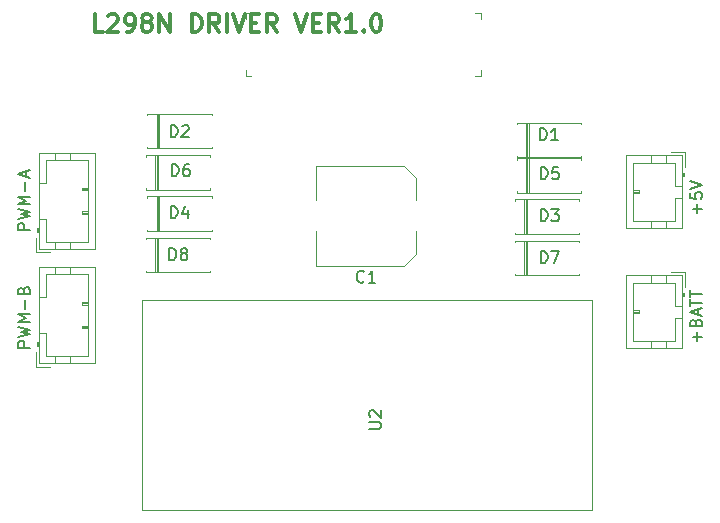
<source format=gbr>
G04 #@! TF.GenerationSoftware,KiCad,Pcbnew,(5.1.2)-1*
G04 #@! TF.CreationDate,2020-03-16T01:25:21+09:00*
G04 #@! TF.ProjectId,L298N_DRIVER,4c323938-4e5f-4445-9249-5645522e6b69,rev?*
G04 #@! TF.SameCoordinates,Original*
G04 #@! TF.FileFunction,Legend,Top*
G04 #@! TF.FilePolarity,Positive*
%FSLAX46Y46*%
G04 Gerber Fmt 4.6, Leading zero omitted, Abs format (unit mm)*
G04 Created by KiCad (PCBNEW (5.1.2)-1) date 2020-03-16 01:25:21*
%MOMM*%
%LPD*%
G04 APERTURE LIST*
%ADD10C,0.300000*%
%ADD11C,0.120000*%
%ADD12C,0.100000*%
%ADD13C,0.150000*%
G04 APERTURE END LIST*
D10*
X129323142Y-45890571D02*
X128608857Y-45890571D01*
X128608857Y-44390571D01*
X129751714Y-44533428D02*
X129823142Y-44462000D01*
X129966000Y-44390571D01*
X130323142Y-44390571D01*
X130466000Y-44462000D01*
X130537428Y-44533428D01*
X130608857Y-44676285D01*
X130608857Y-44819142D01*
X130537428Y-45033428D01*
X129680285Y-45890571D01*
X130608857Y-45890571D01*
X131323142Y-45890571D02*
X131608857Y-45890571D01*
X131751714Y-45819142D01*
X131823142Y-45747714D01*
X131966000Y-45533428D01*
X132037428Y-45247714D01*
X132037428Y-44676285D01*
X131966000Y-44533428D01*
X131894571Y-44462000D01*
X131751714Y-44390571D01*
X131466000Y-44390571D01*
X131323142Y-44462000D01*
X131251714Y-44533428D01*
X131180285Y-44676285D01*
X131180285Y-45033428D01*
X131251714Y-45176285D01*
X131323142Y-45247714D01*
X131466000Y-45319142D01*
X131751714Y-45319142D01*
X131894571Y-45247714D01*
X131966000Y-45176285D01*
X132037428Y-45033428D01*
X132894571Y-45033428D02*
X132751714Y-44962000D01*
X132680285Y-44890571D01*
X132608857Y-44747714D01*
X132608857Y-44676285D01*
X132680285Y-44533428D01*
X132751714Y-44462000D01*
X132894571Y-44390571D01*
X133180285Y-44390571D01*
X133323142Y-44462000D01*
X133394571Y-44533428D01*
X133466000Y-44676285D01*
X133466000Y-44747714D01*
X133394571Y-44890571D01*
X133323142Y-44962000D01*
X133180285Y-45033428D01*
X132894571Y-45033428D01*
X132751714Y-45104857D01*
X132680285Y-45176285D01*
X132608857Y-45319142D01*
X132608857Y-45604857D01*
X132680285Y-45747714D01*
X132751714Y-45819142D01*
X132894571Y-45890571D01*
X133180285Y-45890571D01*
X133323142Y-45819142D01*
X133394571Y-45747714D01*
X133466000Y-45604857D01*
X133466000Y-45319142D01*
X133394571Y-45176285D01*
X133323142Y-45104857D01*
X133180285Y-45033428D01*
X134108857Y-45890571D02*
X134108857Y-44390571D01*
X134966000Y-45890571D01*
X134966000Y-44390571D01*
X136823142Y-45890571D02*
X136823142Y-44390571D01*
X137180285Y-44390571D01*
X137394571Y-44462000D01*
X137537428Y-44604857D01*
X137608857Y-44747714D01*
X137680285Y-45033428D01*
X137680285Y-45247714D01*
X137608857Y-45533428D01*
X137537428Y-45676285D01*
X137394571Y-45819142D01*
X137180285Y-45890571D01*
X136823142Y-45890571D01*
X139180285Y-45890571D02*
X138680285Y-45176285D01*
X138323142Y-45890571D02*
X138323142Y-44390571D01*
X138894571Y-44390571D01*
X139037428Y-44462000D01*
X139108857Y-44533428D01*
X139180285Y-44676285D01*
X139180285Y-44890571D01*
X139108857Y-45033428D01*
X139037428Y-45104857D01*
X138894571Y-45176285D01*
X138323142Y-45176285D01*
X139823142Y-45890571D02*
X139823142Y-44390571D01*
X140323142Y-44390571D02*
X140823142Y-45890571D01*
X141323142Y-44390571D01*
X141823142Y-45104857D02*
X142323142Y-45104857D01*
X142537428Y-45890571D02*
X141823142Y-45890571D01*
X141823142Y-44390571D01*
X142537428Y-44390571D01*
X144037428Y-45890571D02*
X143537428Y-45176285D01*
X143180285Y-45890571D02*
X143180285Y-44390571D01*
X143751714Y-44390571D01*
X143894571Y-44462000D01*
X143966000Y-44533428D01*
X144037428Y-44676285D01*
X144037428Y-44890571D01*
X143966000Y-45033428D01*
X143894571Y-45104857D01*
X143751714Y-45176285D01*
X143180285Y-45176285D01*
X145608857Y-44390571D02*
X146108857Y-45890571D01*
X146608857Y-44390571D01*
X147108857Y-45104857D02*
X147608857Y-45104857D01*
X147823142Y-45890571D02*
X147108857Y-45890571D01*
X147108857Y-44390571D01*
X147823142Y-44390571D01*
X149323142Y-45890571D02*
X148823142Y-45176285D01*
X148466000Y-45890571D02*
X148466000Y-44390571D01*
X149037428Y-44390571D01*
X149180285Y-44462000D01*
X149251714Y-44533428D01*
X149323142Y-44676285D01*
X149323142Y-44890571D01*
X149251714Y-45033428D01*
X149180285Y-45104857D01*
X149037428Y-45176285D01*
X148466000Y-45176285D01*
X150751714Y-45890571D02*
X149894571Y-45890571D01*
X150323142Y-45890571D02*
X150323142Y-44390571D01*
X150180285Y-44604857D01*
X150037428Y-44747714D01*
X149894571Y-44819142D01*
X151394571Y-45747714D02*
X151466000Y-45819142D01*
X151394571Y-45890571D01*
X151323142Y-45819142D01*
X151394571Y-45747714D01*
X151394571Y-45890571D01*
X152394571Y-44390571D02*
X152537428Y-44390571D01*
X152680285Y-44462000D01*
X152751714Y-44533428D01*
X152823142Y-44676285D01*
X152894571Y-44962000D01*
X152894571Y-45319142D01*
X152823142Y-45604857D01*
X152751714Y-45747714D01*
X152680285Y-45819142D01*
X152537428Y-45890571D01*
X152394571Y-45890571D01*
X152251714Y-45819142D01*
X152180285Y-45747714D01*
X152108857Y-45604857D01*
X152037428Y-45319142D01*
X152037428Y-44962000D01*
X152108857Y-44676285D01*
X152180285Y-44533428D01*
X152251714Y-44462000D01*
X152394571Y-44390571D01*
D11*
X155854000Y-58272437D02*
X154789563Y-57208000D01*
X155854000Y-64663563D02*
X154789563Y-65728000D01*
X155854000Y-64663563D02*
X155854000Y-62778000D01*
X155854000Y-58272437D02*
X155854000Y-60158000D01*
X154789563Y-57208000D02*
X147334000Y-57208000D01*
X154789563Y-65728000D02*
X147334000Y-65728000D01*
X147334000Y-65728000D02*
X147334000Y-62778000D01*
X147334000Y-57208000D02*
X147334000Y-60158000D01*
X170688000Y-86360000D02*
X170688000Y-68580000D01*
X132588000Y-86360000D02*
X170688000Y-86360000D01*
X132588000Y-68580000D02*
X132588000Y-86360000D01*
X170688000Y-68580000D02*
X132588000Y-68580000D01*
D12*
X161300000Y-44302000D02*
X160800000Y-44302000D01*
X161300000Y-44302000D02*
X161300000Y-44802000D01*
X161300000Y-49602000D02*
X161300000Y-49102000D01*
X161300000Y-49602000D02*
X160800000Y-49602000D01*
X141400000Y-49602000D02*
X141900000Y-49602000D01*
X141400000Y-49602000D02*
X141400000Y-49102000D01*
X141500000Y-44302000D02*
X141900000Y-44302000D01*
X141400000Y-44302000D02*
X141400000Y-44802000D01*
X141400000Y-44302000D02*
X141500000Y-44302000D01*
D11*
X178640000Y-66220000D02*
X177390000Y-66220000D01*
X178640000Y-67470000D02*
X178640000Y-66220000D01*
X174230000Y-69580000D02*
X174730000Y-69580000D01*
X174730000Y-69680000D02*
X174230000Y-69680000D01*
X174730000Y-69480000D02*
X174730000Y-69680000D01*
X174230000Y-69480000D02*
X174730000Y-69480000D01*
X175730000Y-72640000D02*
X175730000Y-72030000D01*
X177030000Y-72640000D02*
X177030000Y-72030000D01*
X175730000Y-66520000D02*
X175730000Y-67130000D01*
X177030000Y-66520000D02*
X177030000Y-67130000D01*
X177730000Y-70080000D02*
X178340000Y-70080000D01*
X177730000Y-72030000D02*
X177730000Y-70080000D01*
X174230000Y-72030000D02*
X177730000Y-72030000D01*
X174230000Y-67130000D02*
X174230000Y-72030000D01*
X177730000Y-67130000D02*
X174230000Y-67130000D01*
X177730000Y-69080000D02*
X177730000Y-67130000D01*
X178340000Y-69080000D02*
X177730000Y-69080000D01*
X178440000Y-68280000D02*
X178440000Y-67980000D01*
X178540000Y-67980000D02*
X178340000Y-67980000D01*
X178540000Y-68280000D02*
X178540000Y-67980000D01*
X178340000Y-68280000D02*
X178540000Y-68280000D01*
X178340000Y-72640000D02*
X178340000Y-66520000D01*
X173620000Y-72640000D02*
X178340000Y-72640000D01*
X173620000Y-66520000D02*
X173620000Y-72640000D01*
X178340000Y-66520000D02*
X173620000Y-66520000D01*
X178640000Y-56060000D02*
X177390000Y-56060000D01*
X178640000Y-57310000D02*
X178640000Y-56060000D01*
X174230000Y-59420000D02*
X174730000Y-59420000D01*
X174730000Y-59520000D02*
X174230000Y-59520000D01*
X174730000Y-59320000D02*
X174730000Y-59520000D01*
X174230000Y-59320000D02*
X174730000Y-59320000D01*
X175730000Y-62480000D02*
X175730000Y-61870000D01*
X177030000Y-62480000D02*
X177030000Y-61870000D01*
X175730000Y-56360000D02*
X175730000Y-56970000D01*
X177030000Y-56360000D02*
X177030000Y-56970000D01*
X177730000Y-59920000D02*
X178340000Y-59920000D01*
X177730000Y-61870000D02*
X177730000Y-59920000D01*
X174230000Y-61870000D02*
X177730000Y-61870000D01*
X174230000Y-56970000D02*
X174230000Y-61870000D01*
X177730000Y-56970000D02*
X174230000Y-56970000D01*
X177730000Y-58920000D02*
X177730000Y-56970000D01*
X178340000Y-58920000D02*
X177730000Y-58920000D01*
X178440000Y-58120000D02*
X178440000Y-57820000D01*
X178540000Y-57820000D02*
X178340000Y-57820000D01*
X178540000Y-58120000D02*
X178540000Y-57820000D01*
X178340000Y-58120000D02*
X178540000Y-58120000D01*
X178340000Y-62480000D02*
X178340000Y-56360000D01*
X173620000Y-62480000D02*
X178340000Y-62480000D01*
X173620000Y-56360000D02*
X173620000Y-62480000D01*
X178340000Y-56360000D02*
X173620000Y-56360000D01*
X123620000Y-74242000D02*
X124870000Y-74242000D01*
X123620000Y-72992000D02*
X123620000Y-74242000D01*
X128030000Y-68882000D02*
X127530000Y-68882000D01*
X127530000Y-68782000D02*
X128030000Y-68782000D01*
X127530000Y-68982000D02*
X127530000Y-68782000D01*
X128030000Y-68982000D02*
X127530000Y-68982000D01*
X128030000Y-70882000D02*
X127530000Y-70882000D01*
X127530000Y-70782000D02*
X128030000Y-70782000D01*
X127530000Y-70982000D02*
X127530000Y-70782000D01*
X128030000Y-70982000D02*
X127530000Y-70982000D01*
X126530000Y-65822000D02*
X126530000Y-66432000D01*
X125230000Y-65822000D02*
X125230000Y-66432000D01*
X126530000Y-73942000D02*
X126530000Y-73332000D01*
X125230000Y-73942000D02*
X125230000Y-73332000D01*
X124530000Y-68382000D02*
X123920000Y-68382000D01*
X124530000Y-66432000D02*
X124530000Y-68382000D01*
X128030000Y-66432000D02*
X124530000Y-66432000D01*
X128030000Y-73332000D02*
X128030000Y-66432000D01*
X124530000Y-73332000D02*
X128030000Y-73332000D01*
X124530000Y-71382000D02*
X124530000Y-73332000D01*
X123920000Y-71382000D02*
X124530000Y-71382000D01*
X123820000Y-72182000D02*
X123820000Y-72482000D01*
X123720000Y-72482000D02*
X123920000Y-72482000D01*
X123720000Y-72182000D02*
X123720000Y-72482000D01*
X123920000Y-72182000D02*
X123720000Y-72182000D01*
X123920000Y-65822000D02*
X123920000Y-73942000D01*
X128640000Y-65822000D02*
X123920000Y-65822000D01*
X128640000Y-73942000D02*
X128640000Y-65822000D01*
X123920000Y-73942000D02*
X128640000Y-73942000D01*
X123620000Y-64558000D02*
X124870000Y-64558000D01*
X123620000Y-63308000D02*
X123620000Y-64558000D01*
X128030000Y-59198000D02*
X127530000Y-59198000D01*
X127530000Y-59098000D02*
X128030000Y-59098000D01*
X127530000Y-59298000D02*
X127530000Y-59098000D01*
X128030000Y-59298000D02*
X127530000Y-59298000D01*
X128030000Y-61198000D02*
X127530000Y-61198000D01*
X127530000Y-61098000D02*
X128030000Y-61098000D01*
X127530000Y-61298000D02*
X127530000Y-61098000D01*
X128030000Y-61298000D02*
X127530000Y-61298000D01*
X126530000Y-56138000D02*
X126530000Y-56748000D01*
X125230000Y-56138000D02*
X125230000Y-56748000D01*
X126530000Y-64258000D02*
X126530000Y-63648000D01*
X125230000Y-64258000D02*
X125230000Y-63648000D01*
X124530000Y-58698000D02*
X123920000Y-58698000D01*
X124530000Y-56748000D02*
X124530000Y-58698000D01*
X128030000Y-56748000D02*
X124530000Y-56748000D01*
X128030000Y-63648000D02*
X128030000Y-56748000D01*
X124530000Y-63648000D02*
X128030000Y-63648000D01*
X124530000Y-61698000D02*
X124530000Y-63648000D01*
X123920000Y-61698000D02*
X124530000Y-61698000D01*
X123820000Y-62498000D02*
X123820000Y-62798000D01*
X123720000Y-62798000D02*
X123920000Y-62798000D01*
X123720000Y-62498000D02*
X123720000Y-62798000D01*
X123920000Y-62498000D02*
X123720000Y-62498000D01*
X123920000Y-56138000D02*
X123920000Y-64258000D01*
X128640000Y-56138000D02*
X123920000Y-56138000D01*
X128640000Y-64258000D02*
X128640000Y-56138000D01*
X123920000Y-64258000D02*
X128640000Y-64258000D01*
X133746000Y-63324000D02*
X133746000Y-66264000D01*
X133986000Y-63324000D02*
X133986000Y-66264000D01*
X133866000Y-63324000D02*
X133866000Y-66264000D01*
X138406000Y-66264000D02*
X138406000Y-66134000D01*
X132966000Y-66264000D02*
X138406000Y-66264000D01*
X132966000Y-66134000D02*
X132966000Y-66264000D01*
X138406000Y-63324000D02*
X138406000Y-63454000D01*
X132966000Y-63324000D02*
X138406000Y-63324000D01*
X132966000Y-63454000D02*
X132966000Y-63324000D01*
X165000000Y-63578000D02*
X165000000Y-66518000D01*
X165240000Y-63578000D02*
X165240000Y-66518000D01*
X165120000Y-63578000D02*
X165120000Y-66518000D01*
X169660000Y-66518000D02*
X169660000Y-66388000D01*
X164220000Y-66518000D02*
X169660000Y-66518000D01*
X164220000Y-66388000D02*
X164220000Y-66518000D01*
X169660000Y-63578000D02*
X169660000Y-63708000D01*
X164220000Y-63578000D02*
X169660000Y-63578000D01*
X164220000Y-63708000D02*
X164220000Y-63578000D01*
X133746000Y-56324000D02*
X133746000Y-59264000D01*
X133986000Y-56324000D02*
X133986000Y-59264000D01*
X133866000Y-56324000D02*
X133866000Y-59264000D01*
X138406000Y-59264000D02*
X138406000Y-59134000D01*
X132966000Y-59264000D02*
X138406000Y-59264000D01*
X132966000Y-59134000D02*
X132966000Y-59264000D01*
X138406000Y-56324000D02*
X138406000Y-56454000D01*
X132966000Y-56324000D02*
X138406000Y-56324000D01*
X132966000Y-56454000D02*
X132966000Y-56324000D01*
X165120000Y-56578000D02*
X165120000Y-59518000D01*
X165360000Y-56578000D02*
X165360000Y-59518000D01*
X165240000Y-56578000D02*
X165240000Y-59518000D01*
X169780000Y-59518000D02*
X169780000Y-59388000D01*
X164340000Y-59518000D02*
X169780000Y-59518000D01*
X164340000Y-59388000D02*
X164340000Y-59518000D01*
X169780000Y-56578000D02*
X169780000Y-56708000D01*
X164340000Y-56578000D02*
X169780000Y-56578000D01*
X164340000Y-56708000D02*
X164340000Y-56578000D01*
X133866000Y-59824000D02*
X133866000Y-62764000D01*
X134106000Y-59824000D02*
X134106000Y-62764000D01*
X133986000Y-59824000D02*
X133986000Y-62764000D01*
X138526000Y-62764000D02*
X138526000Y-62634000D01*
X133086000Y-62764000D02*
X138526000Y-62764000D01*
X133086000Y-62634000D02*
X133086000Y-62764000D01*
X138526000Y-59824000D02*
X138526000Y-59954000D01*
X133086000Y-59824000D02*
X138526000Y-59824000D01*
X133086000Y-59954000D02*
X133086000Y-59824000D01*
X165000000Y-60078000D02*
X165000000Y-63018000D01*
X165240000Y-60078000D02*
X165240000Y-63018000D01*
X165120000Y-60078000D02*
X165120000Y-63018000D01*
X169660000Y-63018000D02*
X169660000Y-62888000D01*
X164220000Y-63018000D02*
X169660000Y-63018000D01*
X164220000Y-62888000D02*
X164220000Y-63018000D01*
X169660000Y-60078000D02*
X169660000Y-60208000D01*
X164220000Y-60078000D02*
X169660000Y-60078000D01*
X164220000Y-60208000D02*
X164220000Y-60078000D01*
X133866000Y-52824000D02*
X133866000Y-55764000D01*
X134106000Y-52824000D02*
X134106000Y-55764000D01*
X133986000Y-52824000D02*
X133986000Y-55764000D01*
X138526000Y-55764000D02*
X138526000Y-55634000D01*
X133086000Y-55764000D02*
X138526000Y-55764000D01*
X133086000Y-55634000D02*
X133086000Y-55764000D01*
X138526000Y-52824000D02*
X138526000Y-52954000D01*
X133086000Y-52824000D02*
X138526000Y-52824000D01*
X133086000Y-52954000D02*
X133086000Y-52824000D01*
X165120000Y-53578000D02*
X165120000Y-56518000D01*
X165360000Y-53578000D02*
X165360000Y-56518000D01*
X165240000Y-53578000D02*
X165240000Y-56518000D01*
X169780000Y-56518000D02*
X169780000Y-56388000D01*
X164340000Y-56518000D02*
X169780000Y-56518000D01*
X164340000Y-56388000D02*
X164340000Y-56518000D01*
X169780000Y-53578000D02*
X169780000Y-53708000D01*
X164340000Y-53578000D02*
X169780000Y-53578000D01*
X164340000Y-53708000D02*
X164340000Y-53578000D01*
D13*
X151427333Y-67025142D02*
X151379714Y-67072761D01*
X151236857Y-67120380D01*
X151141619Y-67120380D01*
X150998761Y-67072761D01*
X150903523Y-66977523D01*
X150855904Y-66882285D01*
X150808285Y-66691809D01*
X150808285Y-66548952D01*
X150855904Y-66358476D01*
X150903523Y-66263238D01*
X150998761Y-66168000D01*
X151141619Y-66120380D01*
X151236857Y-66120380D01*
X151379714Y-66168000D01*
X151427333Y-66215619D01*
X152379714Y-67120380D02*
X151808285Y-67120380D01*
X152094000Y-67120380D02*
X152094000Y-66120380D01*
X151998761Y-66263238D01*
X151903523Y-66358476D01*
X151808285Y-66406095D01*
X151860380Y-79501904D02*
X152669904Y-79501904D01*
X152765142Y-79454285D01*
X152812761Y-79406666D01*
X152860380Y-79311428D01*
X152860380Y-79120952D01*
X152812761Y-79025714D01*
X152765142Y-78978095D01*
X152669904Y-78930476D01*
X151860380Y-78930476D01*
X151955619Y-78501904D02*
X151908000Y-78454285D01*
X151860380Y-78359047D01*
X151860380Y-78120952D01*
X151908000Y-78025714D01*
X151955619Y-77978095D01*
X152050857Y-77930476D01*
X152146095Y-77930476D01*
X152288952Y-77978095D01*
X152860380Y-78549523D01*
X152860380Y-77930476D01*
X179649428Y-72073828D02*
X179649428Y-71311923D01*
X180030380Y-71692876D02*
X179268476Y-71692876D01*
X179506571Y-70502400D02*
X179554190Y-70359542D01*
X179601809Y-70311923D01*
X179697047Y-70264304D01*
X179839904Y-70264304D01*
X179935142Y-70311923D01*
X179982761Y-70359542D01*
X180030380Y-70454780D01*
X180030380Y-70835733D01*
X179030380Y-70835733D01*
X179030380Y-70502400D01*
X179078000Y-70407161D01*
X179125619Y-70359542D01*
X179220857Y-70311923D01*
X179316095Y-70311923D01*
X179411333Y-70359542D01*
X179458952Y-70407161D01*
X179506571Y-70502400D01*
X179506571Y-70835733D01*
X179744666Y-69883352D02*
X179744666Y-69407161D01*
X180030380Y-69978590D02*
X179030380Y-69645257D01*
X180030380Y-69311923D01*
X179030380Y-69121447D02*
X179030380Y-68550019D01*
X180030380Y-68835733D02*
X179030380Y-68835733D01*
X179030380Y-68359542D02*
X179030380Y-67788114D01*
X180030380Y-68073828D02*
X179030380Y-68073828D01*
X179649428Y-61229714D02*
X179649428Y-60467809D01*
X180030380Y-60848761D02*
X179268476Y-60848761D01*
X179030380Y-59515428D02*
X179030380Y-59991619D01*
X179506571Y-60039238D01*
X179458952Y-59991619D01*
X179411333Y-59896380D01*
X179411333Y-59658285D01*
X179458952Y-59563047D01*
X179506571Y-59515428D01*
X179601809Y-59467809D01*
X179839904Y-59467809D01*
X179935142Y-59515428D01*
X179982761Y-59563047D01*
X180030380Y-59658285D01*
X180030380Y-59896380D01*
X179982761Y-59991619D01*
X179935142Y-60039238D01*
X179030380Y-59182095D02*
X180030380Y-58848761D01*
X179030380Y-58515428D01*
X123134380Y-72627809D02*
X122134380Y-72627809D01*
X122134380Y-72246857D01*
X122182000Y-72151619D01*
X122229619Y-72104000D01*
X122324857Y-72056380D01*
X122467714Y-72056380D01*
X122562952Y-72104000D01*
X122610571Y-72151619D01*
X122658190Y-72246857D01*
X122658190Y-72627809D01*
X122134380Y-71723047D02*
X123134380Y-71484952D01*
X122420095Y-71294476D01*
X123134380Y-71104000D01*
X122134380Y-70865904D01*
X123134380Y-70484952D02*
X122134380Y-70484952D01*
X122848666Y-70151619D01*
X122134380Y-69818285D01*
X123134380Y-69818285D01*
X122753428Y-69342095D02*
X122753428Y-68580190D01*
X122610571Y-67770666D02*
X122658190Y-67627809D01*
X122705809Y-67580190D01*
X122801047Y-67532571D01*
X122943904Y-67532571D01*
X123039142Y-67580190D01*
X123086761Y-67627809D01*
X123134380Y-67723047D01*
X123134380Y-68104000D01*
X122134380Y-68104000D01*
X122134380Y-67770666D01*
X122182000Y-67675428D01*
X122229619Y-67627809D01*
X122324857Y-67580190D01*
X122420095Y-67580190D01*
X122515333Y-67627809D01*
X122562952Y-67675428D01*
X122610571Y-67770666D01*
X122610571Y-68104000D01*
X123134380Y-62650380D02*
X122134380Y-62650380D01*
X122134380Y-62269428D01*
X122182000Y-62174190D01*
X122229619Y-62126571D01*
X122324857Y-62078952D01*
X122467714Y-62078952D01*
X122562952Y-62126571D01*
X122610571Y-62174190D01*
X122658190Y-62269428D01*
X122658190Y-62650380D01*
X122134380Y-61745619D02*
X123134380Y-61507523D01*
X122420095Y-61317047D01*
X123134380Y-61126571D01*
X122134380Y-60888476D01*
X123134380Y-60507523D02*
X122134380Y-60507523D01*
X122848666Y-60174190D01*
X122134380Y-59840857D01*
X123134380Y-59840857D01*
X122753428Y-59364666D02*
X122753428Y-58602761D01*
X122848666Y-58174190D02*
X122848666Y-57698000D01*
X123134380Y-58269428D02*
X122134380Y-57936095D01*
X123134380Y-57602761D01*
X134947904Y-65222380D02*
X134947904Y-64222380D01*
X135186000Y-64222380D01*
X135328857Y-64270000D01*
X135424095Y-64365238D01*
X135471714Y-64460476D01*
X135519333Y-64650952D01*
X135519333Y-64793809D01*
X135471714Y-64984285D01*
X135424095Y-65079523D01*
X135328857Y-65174761D01*
X135186000Y-65222380D01*
X134947904Y-65222380D01*
X136090761Y-64650952D02*
X135995523Y-64603333D01*
X135947904Y-64555714D01*
X135900285Y-64460476D01*
X135900285Y-64412857D01*
X135947904Y-64317619D01*
X135995523Y-64270000D01*
X136090761Y-64222380D01*
X136281238Y-64222380D01*
X136376476Y-64270000D01*
X136424095Y-64317619D01*
X136471714Y-64412857D01*
X136471714Y-64460476D01*
X136424095Y-64555714D01*
X136376476Y-64603333D01*
X136281238Y-64650952D01*
X136090761Y-64650952D01*
X135995523Y-64698571D01*
X135947904Y-64746190D01*
X135900285Y-64841428D01*
X135900285Y-65031904D01*
X135947904Y-65127142D01*
X135995523Y-65174761D01*
X136090761Y-65222380D01*
X136281238Y-65222380D01*
X136376476Y-65174761D01*
X136424095Y-65127142D01*
X136471714Y-65031904D01*
X136471714Y-64841428D01*
X136424095Y-64746190D01*
X136376476Y-64698571D01*
X136281238Y-64650952D01*
X166393904Y-65476380D02*
X166393904Y-64476380D01*
X166632000Y-64476380D01*
X166774857Y-64524000D01*
X166870095Y-64619238D01*
X166917714Y-64714476D01*
X166965333Y-64904952D01*
X166965333Y-65047809D01*
X166917714Y-65238285D01*
X166870095Y-65333523D01*
X166774857Y-65428761D01*
X166632000Y-65476380D01*
X166393904Y-65476380D01*
X167298666Y-64476380D02*
X167965333Y-64476380D01*
X167536761Y-65476380D01*
X135151904Y-58110380D02*
X135151904Y-57110380D01*
X135390000Y-57110380D01*
X135532857Y-57158000D01*
X135628095Y-57253238D01*
X135675714Y-57348476D01*
X135723333Y-57538952D01*
X135723333Y-57681809D01*
X135675714Y-57872285D01*
X135628095Y-57967523D01*
X135532857Y-58062761D01*
X135390000Y-58110380D01*
X135151904Y-58110380D01*
X136580476Y-57110380D02*
X136390000Y-57110380D01*
X136294761Y-57158000D01*
X136247142Y-57205619D01*
X136151904Y-57348476D01*
X136104285Y-57538952D01*
X136104285Y-57919904D01*
X136151904Y-58015142D01*
X136199523Y-58062761D01*
X136294761Y-58110380D01*
X136485238Y-58110380D01*
X136580476Y-58062761D01*
X136628095Y-58015142D01*
X136675714Y-57919904D01*
X136675714Y-57681809D01*
X136628095Y-57586571D01*
X136580476Y-57538952D01*
X136485238Y-57491333D01*
X136294761Y-57491333D01*
X136199523Y-57538952D01*
X136151904Y-57586571D01*
X136104285Y-57681809D01*
X166393904Y-58364380D02*
X166393904Y-57364380D01*
X166632000Y-57364380D01*
X166774857Y-57412000D01*
X166870095Y-57507238D01*
X166917714Y-57602476D01*
X166965333Y-57792952D01*
X166965333Y-57935809D01*
X166917714Y-58126285D01*
X166870095Y-58221523D01*
X166774857Y-58316761D01*
X166632000Y-58364380D01*
X166393904Y-58364380D01*
X167870095Y-57364380D02*
X167393904Y-57364380D01*
X167346285Y-57840571D01*
X167393904Y-57792952D01*
X167489142Y-57745333D01*
X167727238Y-57745333D01*
X167822476Y-57792952D01*
X167870095Y-57840571D01*
X167917714Y-57935809D01*
X167917714Y-58173904D01*
X167870095Y-58269142D01*
X167822476Y-58316761D01*
X167727238Y-58364380D01*
X167489142Y-58364380D01*
X167393904Y-58316761D01*
X167346285Y-58269142D01*
X135067904Y-61666380D02*
X135067904Y-60666380D01*
X135306000Y-60666380D01*
X135448857Y-60714000D01*
X135544095Y-60809238D01*
X135591714Y-60904476D01*
X135639333Y-61094952D01*
X135639333Y-61237809D01*
X135591714Y-61428285D01*
X135544095Y-61523523D01*
X135448857Y-61618761D01*
X135306000Y-61666380D01*
X135067904Y-61666380D01*
X136496476Y-60999714D02*
X136496476Y-61666380D01*
X136258380Y-60618761D02*
X136020285Y-61333047D01*
X136639333Y-61333047D01*
X166393904Y-61920380D02*
X166393904Y-60920380D01*
X166632000Y-60920380D01*
X166774857Y-60968000D01*
X166870095Y-61063238D01*
X166917714Y-61158476D01*
X166965333Y-61348952D01*
X166965333Y-61491809D01*
X166917714Y-61682285D01*
X166870095Y-61777523D01*
X166774857Y-61872761D01*
X166632000Y-61920380D01*
X166393904Y-61920380D01*
X167298666Y-60920380D02*
X167917714Y-60920380D01*
X167584380Y-61301333D01*
X167727238Y-61301333D01*
X167822476Y-61348952D01*
X167870095Y-61396571D01*
X167917714Y-61491809D01*
X167917714Y-61729904D01*
X167870095Y-61825142D01*
X167822476Y-61872761D01*
X167727238Y-61920380D01*
X167441523Y-61920380D01*
X167346285Y-61872761D01*
X167298666Y-61825142D01*
X135067904Y-54808380D02*
X135067904Y-53808380D01*
X135306000Y-53808380D01*
X135448857Y-53856000D01*
X135544095Y-53951238D01*
X135591714Y-54046476D01*
X135639333Y-54236952D01*
X135639333Y-54379809D01*
X135591714Y-54570285D01*
X135544095Y-54665523D01*
X135448857Y-54760761D01*
X135306000Y-54808380D01*
X135067904Y-54808380D01*
X136020285Y-53903619D02*
X136067904Y-53856000D01*
X136163142Y-53808380D01*
X136401238Y-53808380D01*
X136496476Y-53856000D01*
X136544095Y-53903619D01*
X136591714Y-53998857D01*
X136591714Y-54094095D01*
X136544095Y-54236952D01*
X135972666Y-54808380D01*
X136591714Y-54808380D01*
X166321904Y-55062380D02*
X166321904Y-54062380D01*
X166560000Y-54062380D01*
X166702857Y-54110000D01*
X166798095Y-54205238D01*
X166845714Y-54300476D01*
X166893333Y-54490952D01*
X166893333Y-54633809D01*
X166845714Y-54824285D01*
X166798095Y-54919523D01*
X166702857Y-55014761D01*
X166560000Y-55062380D01*
X166321904Y-55062380D01*
X167845714Y-55062380D02*
X167274285Y-55062380D01*
X167560000Y-55062380D02*
X167560000Y-54062380D01*
X167464761Y-54205238D01*
X167369523Y-54300476D01*
X167274285Y-54348095D01*
M02*

</source>
